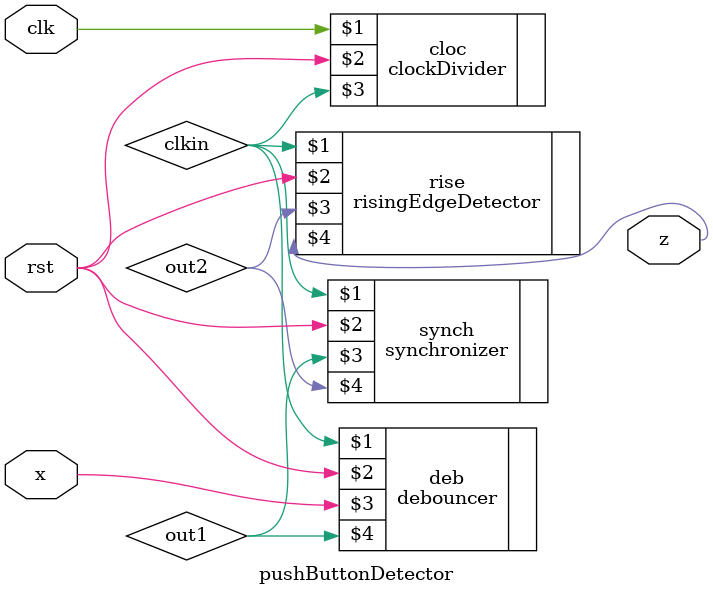
<source format=v>
`timescale 1ns / 1ps


module pushButtonDetector(input clk, rst, x, output z);
wire out1, out2, clkin;
 clockDivider #(500000) cloc(clk, rst, clkin);
 
 debouncer deb(clkin, rst, x, out1);
 synchronizer synch(clkin, rst, out1, out2);
 risingEdgeDetector rise(clkin, rst, out2, z);

endmodule
</source>
